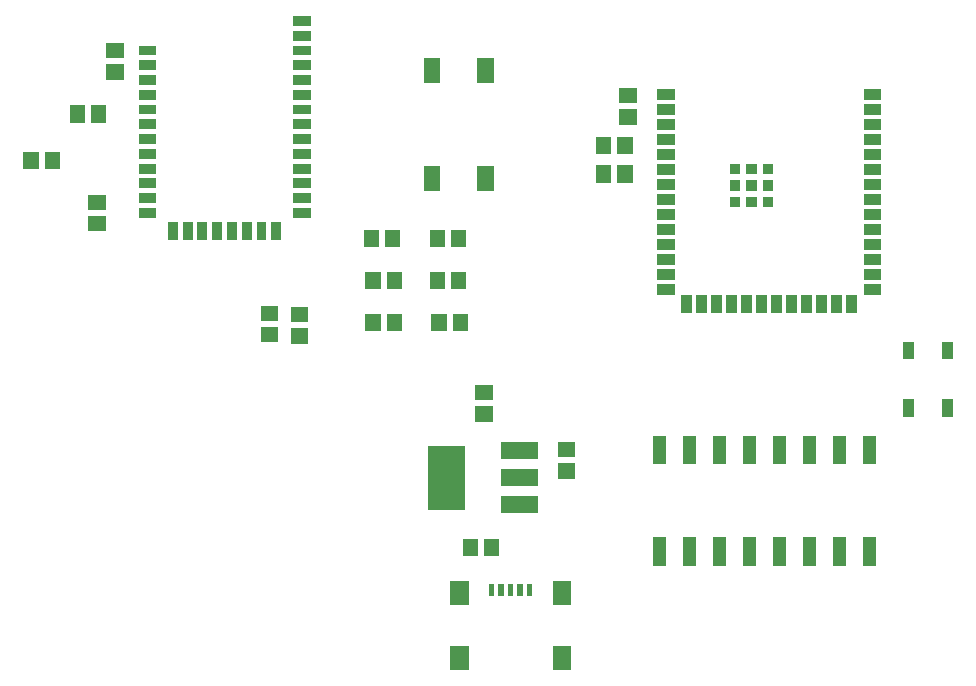
<source format=gbr>
G04 start of page 11 for group -4015 idx -4015 *
G04 Title: (unknown), toppaste *
G04 Creator: pcb 4.0.2 *
G04 CreationDate: Sat May 14 18:06:43 2022 UTC *
G04 For: railfan *
G04 Format: Gerber/RS-274X *
G04 PCB-Dimensions (mil): 3350.00 2300.00 *
G04 PCB-Coordinate-Origin: lower left *
%MOIN*%
%FSLAX25Y25*%
%LNTOPPASTE*%
%ADD74C,0.0001*%
G54D74*G36*
X224598Y201783D02*Y198240D01*
X230504D01*
Y201783D01*
X224598D01*
G37*
G36*
Y196783D02*Y193240D01*
X230504D01*
Y196783D01*
X224598D01*
G37*
G36*
Y191783D02*Y188240D01*
X230504D01*
Y191783D01*
X224598D01*
G37*
G36*
Y186783D02*Y183240D01*
X230504D01*
Y186783D01*
X224598D01*
G37*
G36*
Y181783D02*Y178240D01*
X230504D01*
Y181783D01*
X224598D01*
G37*
G36*
Y176783D02*Y173240D01*
X230504D01*
Y176783D01*
X224598D01*
G37*
G36*
Y171783D02*Y168240D01*
X230504D01*
Y171783D01*
X224598D01*
G37*
G36*
Y166783D02*Y163240D01*
X230504D01*
Y166783D01*
X224598D01*
G37*
G36*
Y161783D02*Y158240D01*
X230504D01*
Y161783D01*
X224598D01*
G37*
G36*
Y156783D02*Y153240D01*
X230504D01*
Y156783D01*
X224598D01*
G37*
G36*
Y151783D02*Y148240D01*
X230504D01*
Y151783D01*
X224598D01*
G37*
G36*
Y146783D02*Y143240D01*
X230504D01*
Y146783D01*
X224598D01*
G37*
G36*
Y141783D02*Y138240D01*
X230504D01*
Y141783D01*
X224598D01*
G37*
G36*
Y136783D02*Y133240D01*
X230504D01*
Y136783D01*
X224598D01*
G37*
G36*
X236252Y133043D02*X232709D01*
Y127138D01*
X236252D01*
Y133043D01*
G37*
G36*
X241252D02*X237709D01*
Y127138D01*
X241252D01*
Y133043D01*
G37*
G36*
X246252D02*X242709D01*
Y127138D01*
X246252D01*
Y133043D01*
G37*
G36*
X251252D02*X247709D01*
Y127138D01*
X251252D01*
Y133043D01*
G37*
G36*
X256252D02*X252709D01*
Y127138D01*
X256252D01*
Y133043D01*
G37*
G36*
X261252D02*X257709D01*
Y127138D01*
X261252D01*
Y133043D01*
G37*
G36*
X266252D02*X262709D01*
Y127138D01*
X266252D01*
Y133043D01*
G37*
G36*
X271252D02*X267709D01*
Y127138D01*
X271252D01*
Y133043D01*
G37*
G36*
X276252D02*X272709D01*
Y127138D01*
X276252D01*
Y133043D01*
G37*
G36*
X281252D02*X277709D01*
Y127138D01*
X281252D01*
Y133043D01*
G37*
G36*
X286252D02*X282709D01*
Y127138D01*
X286252D01*
Y133043D01*
G37*
G36*
X291291D02*X287748D01*
Y127138D01*
X291291D01*
Y133043D01*
G37*
G36*
X293496Y201783D02*Y198240D01*
X299402D01*
Y201783D01*
X293496D01*
G37*
G36*
Y196783D02*Y193240D01*
X299402D01*
Y196783D01*
X293496D01*
G37*
G36*
Y191783D02*Y188240D01*
X299402D01*
Y191783D01*
X293496D01*
G37*
G36*
Y186783D02*Y183240D01*
X299402D01*
Y186783D01*
X293496D01*
G37*
G36*
Y181783D02*Y178240D01*
X299402D01*
Y181783D01*
X293496D01*
G37*
G36*
Y176783D02*Y173240D01*
X299402D01*
Y176783D01*
X293496D01*
G37*
G36*
Y171783D02*Y168240D01*
X299402D01*
Y171783D01*
X293496D01*
G37*
G36*
Y166783D02*Y163240D01*
X299402D01*
Y166783D01*
X293496D01*
G37*
G36*
Y161783D02*Y158240D01*
X299402D01*
Y161783D01*
X293496D01*
G37*
G36*
Y156783D02*Y153240D01*
X299402D01*
Y156783D01*
X293496D01*
G37*
G36*
Y151783D02*Y148240D01*
X299402D01*
Y151783D01*
X293496D01*
G37*
G36*
Y146783D02*Y143240D01*
X299402D01*
Y146783D01*
X293496D01*
G37*
G36*
Y141783D02*Y138240D01*
X299402D01*
Y141783D01*
X293496D01*
G37*
G36*
Y136783D02*Y133240D01*
X299402D01*
Y136783D01*
X293496D01*
G37*
G36*
X254323Y176902D02*Y173358D01*
X257866D01*
Y176902D01*
X254323D01*
G37*
G36*
X259835D02*Y173358D01*
X263378D01*
Y176902D01*
X259835D01*
G37*
G36*
X248811D02*Y173358D01*
X252354D01*
Y176902D01*
X248811D01*
G37*
G36*
X254323Y171390D02*Y167846D01*
X257866D01*
Y171390D01*
X254323D01*
G37*
G36*
X259835D02*Y167846D01*
X263378D01*
Y171390D01*
X259835D01*
G37*
G36*
X248811D02*Y167846D01*
X252354D01*
Y171390D01*
X248811D01*
G37*
G36*
X254323Y165878D02*Y162335D01*
X257866D01*
Y165878D01*
X254323D01*
G37*
G36*
X259835D02*Y162335D01*
X263378D01*
Y165878D01*
X259835D01*
G37*
G36*
X248811D02*Y162335D01*
X252354D01*
Y165878D01*
X248811D01*
G37*
G36*
X310276Y98307D02*X306732D01*
Y92402D01*
X310276D01*
Y98307D01*
G37*
G36*
X323268D02*X319724D01*
Y92402D01*
X323268D01*
Y98307D01*
G37*
G36*
X310276Y117598D02*X306732D01*
Y111693D01*
X310276D01*
Y117598D01*
G37*
G36*
X323268D02*X319724D01*
Y111693D01*
X323268D01*
Y117598D01*
G37*
G36*
X216559Y176452D02*X211441D01*
Y170548D01*
X216559D01*
Y176452D01*
G37*
G36*
X209473D02*X204355D01*
Y170548D01*
X209473D01*
Y176452D01*
G37*
G36*
X216559Y185952D02*X211441D01*
Y180048D01*
X216559D01*
Y185952D01*
G37*
G36*
X209473D02*X204355D01*
Y180048D01*
X209473D01*
Y185952D01*
G37*
G36*
X25602Y180952D02*X20484D01*
Y175048D01*
X25602D01*
Y180952D01*
G37*
G36*
X18516D02*X13398D01*
Y175048D01*
X18516D01*
Y180952D01*
G37*
G36*
X212048Y195016D02*Y189898D01*
X217952D01*
Y195016D01*
X212048D01*
G37*
G36*
Y202102D02*Y196984D01*
X217952D01*
Y202102D01*
X212048D01*
G37*
G36*
X139602Y126952D02*X134484D01*
Y121048D01*
X139602D01*
Y126952D01*
G37*
G36*
X132516D02*X127398D01*
Y121048D01*
X132516D01*
Y126952D01*
G37*
G36*
X161602D02*X156484D01*
Y121048D01*
X161602D01*
Y126952D01*
G37*
G36*
X154516D02*X149398D01*
Y121048D01*
X154516D01*
Y126952D01*
G37*
G36*
X191548Y84102D02*Y78984D01*
X197452D01*
Y84102D01*
X191548D01*
G37*
G36*
Y77016D02*Y71898D01*
X197452D01*
Y77016D01*
X191548D01*
G37*
G36*
X172102Y51952D02*X166984D01*
Y46048D01*
X172102D01*
Y51952D01*
G37*
G36*
X165016D02*X159898D01*
Y46048D01*
X165016D01*
Y51952D01*
G37*
G36*
X41048Y210016D02*Y204898D01*
X46952D01*
Y210016D01*
X41048D01*
G37*
G36*
Y217102D02*Y211984D01*
X46952D01*
Y217102D01*
X41048D01*
G37*
G36*
X41016Y196452D02*X35898D01*
Y190548D01*
X41016D01*
Y196452D01*
G37*
G36*
X33930D02*X28812D01*
Y190548D01*
X33930D01*
Y196452D01*
G37*
G36*
X51850Y216296D02*Y212996D01*
X57552D01*
Y216296D01*
X51850D01*
G37*
G36*
Y211374D02*Y208074D01*
X57552D01*
Y211374D01*
X51850D01*
G37*
G36*
Y206453D02*Y203153D01*
X57552D01*
Y206453D01*
X51850D01*
G37*
G36*
Y201532D02*Y198232D01*
X57552D01*
Y201532D01*
X51850D01*
G37*
G36*
Y196611D02*Y193311D01*
X57552D01*
Y196611D01*
X51850D01*
G37*
G36*
Y191689D02*Y188389D01*
X57552D01*
Y191689D01*
X51850D01*
G37*
G36*
Y186768D02*Y183468D01*
X57552D01*
Y186768D01*
X51850D01*
G37*
G36*
Y181847D02*Y178547D01*
X57552D01*
Y181847D01*
X51850D01*
G37*
G36*
Y176926D02*Y173626D01*
X57552D01*
Y176926D01*
X51850D01*
G37*
G36*
Y172004D02*Y168704D01*
X57552D01*
Y172004D01*
X51850D01*
G37*
G36*
Y167083D02*Y163783D01*
X57552D01*
Y167083D01*
X51850D01*
G37*
G36*
Y162162D02*Y158862D01*
X57552D01*
Y162162D01*
X51850D01*
G37*
G36*
X64926Y157300D02*X61626D01*
Y151602D01*
X64926D01*
Y157300D01*
G37*
G36*
X69847D02*X66547D01*
Y151602D01*
X69847D01*
Y157300D01*
G37*
G36*
X74768D02*X71468D01*
Y151602D01*
X74768D01*
Y157300D01*
G37*
G36*
X79689D02*X76389D01*
Y151602D01*
X79689D01*
Y157300D01*
G37*
G36*
X84611D02*X81311D01*
Y151602D01*
X84611D01*
Y157300D01*
G37*
G36*
X89532D02*X86232D01*
Y151602D01*
X89532D01*
Y157300D01*
G37*
G36*
X94453D02*X91153D01*
Y151602D01*
X94453D01*
Y157300D01*
G37*
G36*
X99374D02*X96074D01*
Y151602D01*
X99374D01*
Y157300D01*
G37*
G36*
X103448Y162162D02*Y158862D01*
X109150D01*
Y162162D01*
X103448D01*
G37*
G36*
Y167083D02*Y163783D01*
X109150D01*
Y167083D01*
X103448D01*
G37*
G36*
Y172004D02*Y168704D01*
X109150D01*
Y172004D01*
X103448D01*
G37*
G36*
Y176926D02*Y173626D01*
X109150D01*
Y176926D01*
X103448D01*
G37*
G36*
Y181847D02*Y178547D01*
X109150D01*
Y181847D01*
X103448D01*
G37*
G36*
Y186768D02*Y183468D01*
X109150D01*
Y186768D01*
X103448D01*
G37*
G36*
Y191689D02*Y188389D01*
X109150D01*
Y191689D01*
X103448D01*
G37*
G36*
Y196611D02*Y193311D01*
X109150D01*
Y196611D01*
X103448D01*
G37*
G36*
Y201532D02*Y198232D01*
X109150D01*
Y201532D01*
X103448D01*
G37*
G36*
Y206453D02*Y203153D01*
X109150D01*
Y206453D01*
X103448D01*
G37*
G36*
Y211374D02*Y208074D01*
X109150D01*
Y211374D01*
X103448D01*
G37*
G36*
Y216296D02*Y212996D01*
X109150D01*
Y216296D01*
X103448D01*
G37*
G36*
Y221217D02*Y217917D01*
X109150D01*
Y221217D01*
X103448D01*
G37*
G36*
Y226138D02*Y222838D01*
X109150D01*
Y226138D01*
X103448D01*
G37*
G36*
X35048Y159516D02*Y154398D01*
X40952D01*
Y159516D01*
X35048D01*
G37*
G36*
Y166602D02*Y161484D01*
X40952D01*
Y166602D01*
X35048D01*
G37*
G36*
X102548Y122016D02*Y116898D01*
X108452D01*
Y122016D01*
X102548D01*
G37*
G36*
Y129102D02*Y123984D01*
X108452D01*
Y129102D01*
X102548D01*
G37*
G36*
X92548Y122516D02*Y117398D01*
X98452D01*
Y122516D01*
X92548D01*
G37*
G36*
Y129602D02*Y124484D01*
X98452D01*
Y129602D01*
X92548D01*
G37*
G36*
X227700Y52350D02*X223300D01*
Y42750D01*
X227700D01*
Y52350D01*
G37*
G36*
X237700D02*X233300D01*
Y42750D01*
X237700D01*
Y52350D01*
G37*
G36*
X247700D02*X243300D01*
Y42750D01*
X247700D01*
Y52350D01*
G37*
G36*
X257700D02*X253300D01*
Y42750D01*
X257700D01*
Y52350D01*
G37*
G36*
X267700D02*X263300D01*
Y42750D01*
X267700D01*
Y52350D01*
G37*
G36*
X277700D02*X273300D01*
Y42750D01*
X277700D01*
Y52350D01*
G37*
G36*
X287700D02*X283300D01*
Y42750D01*
X287700D01*
Y52350D01*
G37*
G36*
X297700D02*X293300D01*
Y42750D01*
X297700D01*
Y52350D01*
G37*
G36*
X227700Y86250D02*X223300D01*
Y76650D01*
X227700D01*
Y86250D01*
G37*
G36*
X237700D02*X233300D01*
Y76650D01*
X237700D01*
Y86250D01*
G37*
G36*
X247700D02*X243300D01*
Y76650D01*
X247700D01*
Y86250D01*
G37*
G36*
X257700D02*X253300D01*
Y76650D01*
X257700D01*
Y86250D01*
G37*
G36*
X267700D02*X263300D01*
Y76650D01*
X267700D01*
Y86250D01*
G37*
G36*
X277700D02*X273300D01*
Y76650D01*
X277700D01*
Y86250D01*
G37*
G36*
X287700D02*X283300D01*
Y76650D01*
X287700D01*
Y86250D01*
G37*
G36*
X297700D02*X293300D01*
Y76650D01*
X297700D01*
Y86250D01*
G37*
G36*
X170150Y212100D02*X164650D01*
Y203800D01*
X170150D01*
Y212100D01*
G37*
G36*
Y176200D02*X164650D01*
Y167900D01*
X170150D01*
Y176200D01*
G37*
G36*
X152350Y212100D02*X146850D01*
Y203800D01*
X152350D01*
Y212100D01*
G37*
G36*
Y176200D02*X146850D01*
Y167900D01*
X152350D01*
Y176200D01*
G37*
G36*
X139602Y140952D02*X134484D01*
Y135048D01*
X139602D01*
Y140952D01*
G37*
G36*
X132516D02*X127398D01*
Y135048D01*
X132516D01*
Y140952D01*
G37*
G36*
X161102D02*X155984D01*
Y135048D01*
X161102D01*
Y140952D01*
G37*
G36*
X154016D02*X148898D01*
Y135048D01*
X154016D01*
Y140952D01*
G37*
G36*
X139102Y154952D02*X133984D01*
Y149048D01*
X139102D01*
Y154952D01*
G37*
G36*
X132016D02*X126898D01*
Y149048D01*
X132016D01*
Y154952D01*
G37*
G36*
X161102D02*X155984D01*
Y149048D01*
X161102D01*
Y154952D01*
G37*
G36*
X154016D02*X148898D01*
Y149048D01*
X154016D01*
Y154952D01*
G37*
G36*
X170425Y36697D02*X168654D01*
Y32760D01*
X170425D01*
Y36697D01*
G37*
G36*
X173575D02*X171803D01*
Y32760D01*
X173575D01*
Y36697D01*
G37*
G36*
X176724D02*X174953D01*
Y32760D01*
X176724D01*
Y36697D01*
G37*
G36*
X179874D02*X178102D01*
Y32760D01*
X179874D01*
Y36697D01*
G37*
G36*
X183024D02*X181252D01*
Y32760D01*
X183024D01*
Y36697D01*
G37*
G36*
X161862Y16126D02*X155563D01*
Y8252D01*
X161862D01*
Y16126D01*
G37*
G36*
X196114D02*X189815D01*
Y8252D01*
X196114D01*
Y16126D01*
G37*
G36*
X161862Y37780D02*X155563D01*
Y29906D01*
X161862D01*
Y37780D01*
G37*
G36*
X196114D02*X189815D01*
Y29906D01*
X196114D01*
Y37780D01*
G37*
G36*
X172800Y66000D02*Y60400D01*
X185000D01*
Y66000D01*
X172800D01*
G37*
G36*
Y75000D02*Y69400D01*
X185000D01*
Y75000D01*
X172800D01*
G37*
G36*
Y84100D02*Y78500D01*
X185000D01*
Y84100D01*
X172800D01*
G37*
G36*
X160600Y82800D02*X148400D01*
Y61600D01*
X160600D01*
Y82800D01*
G37*
G36*
X164112Y96009D02*Y90891D01*
X170016D01*
Y96009D01*
X164112D01*
G37*
G36*
Y103095D02*Y97977D01*
X170016D01*
Y103095D01*
X164112D01*
G37*
M02*

</source>
